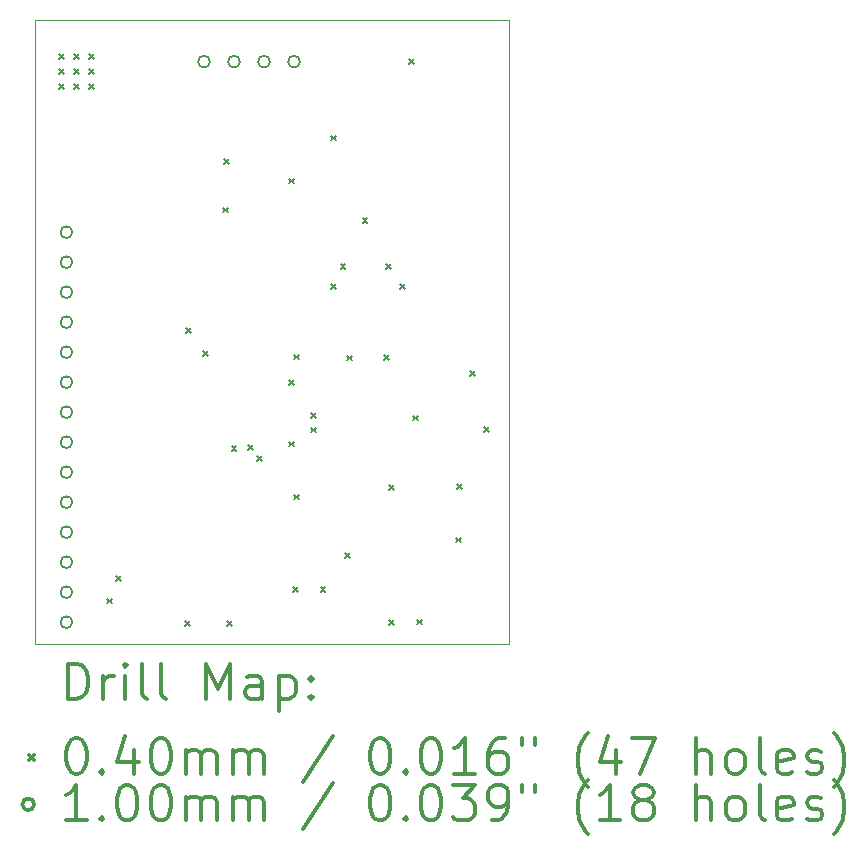
<source format=gbr>
%FSLAX45Y45*%
G04 Gerber Fmt 4.5, Leading zero omitted, Abs format (unit mm)*
G04 Created by KiCad (PCBNEW (5.1.5)-3) date 2020-09-08 23:26:04*
%MOMM*%
%LPD*%
G04 APERTURE LIST*
%TA.AperFunction,Profile*%
%ADD10C,0.050000*%
%TD*%
%ADD11C,0.200000*%
%ADD12C,0.300000*%
G04 APERTURE END LIST*
D10*
X16490000Y-5790000D02*
X12470000Y-5790000D01*
X16490000Y-11070000D02*
X16490000Y-5790000D01*
X12470000Y-11070000D02*
X16490000Y-11070000D01*
X12470000Y-5790000D02*
X12470000Y-11070000D01*
D11*
X12680000Y-6076000D02*
X12720000Y-6116000D01*
X12720000Y-6076000D02*
X12680000Y-6116000D01*
X12680000Y-6203000D02*
X12720000Y-6243000D01*
X12720000Y-6203000D02*
X12680000Y-6243000D01*
X12680000Y-6330000D02*
X12720000Y-6370000D01*
X12720000Y-6330000D02*
X12680000Y-6370000D01*
X12807000Y-6076000D02*
X12847000Y-6116000D01*
X12847000Y-6076000D02*
X12807000Y-6116000D01*
X12807000Y-6203000D02*
X12847000Y-6243000D01*
X12847000Y-6203000D02*
X12807000Y-6243000D01*
X12807000Y-6330000D02*
X12847000Y-6370000D01*
X12847000Y-6330000D02*
X12807000Y-6370000D01*
X12934000Y-6076000D02*
X12974000Y-6116000D01*
X12974000Y-6076000D02*
X12934000Y-6116000D01*
X12934000Y-6203000D02*
X12974000Y-6243000D01*
X12974000Y-6203000D02*
X12934000Y-6243000D01*
X12934000Y-6330000D02*
X12974000Y-6370000D01*
X12974000Y-6330000D02*
X12934000Y-6370000D01*
X13083000Y-10688000D02*
X13123000Y-10728000D01*
X13123000Y-10688000D02*
X13083000Y-10728000D01*
X13162600Y-10495600D02*
X13202600Y-10535600D01*
X13202600Y-10495600D02*
X13162600Y-10535600D01*
X13746800Y-10876600D02*
X13786800Y-10916600D01*
X13786800Y-10876600D02*
X13746800Y-10916600D01*
X13754420Y-8397560D02*
X13794420Y-8437560D01*
X13794420Y-8397560D02*
X13754420Y-8437560D01*
X13899200Y-8590600D02*
X13939200Y-8630600D01*
X13939200Y-8590600D02*
X13899200Y-8630600D01*
X14064300Y-7377750D02*
X14104300Y-7417750D01*
X14104300Y-7377750D02*
X14064300Y-7417750D01*
X14077000Y-6965000D02*
X14117000Y-7005000D01*
X14117000Y-6965000D02*
X14077000Y-7005000D01*
X14102400Y-10876600D02*
X14142400Y-10916600D01*
X14142400Y-10876600D02*
X14102400Y-10916600D01*
X14138214Y-9395780D02*
X14178214Y-9435780D01*
X14178214Y-9395780D02*
X14138214Y-9435780D01*
X14278168Y-9387398D02*
X14318168Y-9427398D01*
X14318168Y-9387398D02*
X14278168Y-9427398D01*
X14354000Y-9483000D02*
X14394000Y-9523000D01*
X14394000Y-9483000D02*
X14354000Y-9523000D01*
X14623100Y-8838879D02*
X14663100Y-8878879D01*
X14663100Y-8838879D02*
X14623100Y-8878879D01*
X14623100Y-9358878D02*
X14663100Y-9398878D01*
X14663100Y-9358878D02*
X14623100Y-9398878D01*
X14627000Y-7132000D02*
X14667000Y-7172000D01*
X14667000Y-7132000D02*
X14627000Y-7172000D01*
X14660000Y-10587000D02*
X14700000Y-10627000D01*
X14700000Y-10587000D02*
X14660000Y-10627000D01*
X14668000Y-9807000D02*
X14708000Y-9847000D01*
X14708000Y-9807000D02*
X14668000Y-9847000D01*
X14668820Y-8621080D02*
X14708820Y-8661080D01*
X14708820Y-8621080D02*
X14668820Y-8661080D01*
X14812000Y-9115499D02*
X14852000Y-9155499D01*
X14852000Y-9115499D02*
X14812000Y-9155499D01*
X14813000Y-9239000D02*
X14853000Y-9279000D01*
X14853000Y-9239000D02*
X14813000Y-9279000D01*
X14893000Y-10587000D02*
X14933000Y-10627000D01*
X14933000Y-10587000D02*
X14893000Y-10627000D01*
X14978700Y-6768150D02*
X15018700Y-6808150D01*
X15018700Y-6768150D02*
X14978700Y-6808150D01*
X14978700Y-8025450D02*
X15018700Y-8065450D01*
X15018700Y-8025450D02*
X14978700Y-8065450D01*
X15062520Y-7854000D02*
X15102520Y-7894000D01*
X15102520Y-7854000D02*
X15062520Y-7894000D01*
X15100000Y-10299000D02*
X15140000Y-10339000D01*
X15140000Y-10299000D02*
X15100000Y-10339000D01*
X15117638Y-8628700D02*
X15157638Y-8668700D01*
X15157638Y-8628700D02*
X15117638Y-8668700D01*
X15248000Y-7468000D02*
X15288000Y-7508000D01*
X15288000Y-7468000D02*
X15248000Y-7508000D01*
X15428026Y-8625144D02*
X15468026Y-8665144D01*
X15468026Y-8625144D02*
X15428026Y-8665144D01*
X15448600Y-7854000D02*
X15488600Y-7894000D01*
X15488600Y-7854000D02*
X15448600Y-7894000D01*
X15470000Y-10870000D02*
X15510000Y-10910000D01*
X15510000Y-10870000D02*
X15470000Y-10910000D01*
X15471206Y-9725218D02*
X15511206Y-9765218D01*
X15511206Y-9725218D02*
X15471206Y-9765218D01*
X15562900Y-8025450D02*
X15602900Y-8065450D01*
X15602900Y-8025450D02*
X15562900Y-8065450D01*
X15644000Y-6120000D02*
X15684000Y-6160000D01*
X15684000Y-6120000D02*
X15644000Y-6160000D01*
X15673390Y-9136700D02*
X15713390Y-9176700D01*
X15713390Y-9136700D02*
X15673390Y-9176700D01*
X15710000Y-10865000D02*
X15750000Y-10905000D01*
X15750000Y-10865000D02*
X15710000Y-10905000D01*
X16040000Y-10170000D02*
X16080000Y-10210000D01*
X16080000Y-10170000D02*
X16040000Y-10210000D01*
X16046770Y-9718360D02*
X16086770Y-9758360D01*
X16086770Y-9718360D02*
X16046770Y-9758360D01*
X16160000Y-8760000D02*
X16200000Y-8800000D01*
X16200000Y-8760000D02*
X16160000Y-8800000D01*
X16278672Y-9237538D02*
X16318672Y-9277538D01*
X16318672Y-9237538D02*
X16278672Y-9277538D01*
X12790000Y-7584000D02*
G75*
G03X12790000Y-7584000I-50000J0D01*
G01*
X12790000Y-7838000D02*
G75*
G03X12790000Y-7838000I-50000J0D01*
G01*
X12790000Y-8092000D02*
G75*
G03X12790000Y-8092000I-50000J0D01*
G01*
X12790000Y-8346000D02*
G75*
G03X12790000Y-8346000I-50000J0D01*
G01*
X12790000Y-8600000D02*
G75*
G03X12790000Y-8600000I-50000J0D01*
G01*
X12790000Y-8854000D02*
G75*
G03X12790000Y-8854000I-50000J0D01*
G01*
X12790000Y-9108000D02*
G75*
G03X12790000Y-9108000I-50000J0D01*
G01*
X12790000Y-9362000D02*
G75*
G03X12790000Y-9362000I-50000J0D01*
G01*
X12790000Y-9616000D02*
G75*
G03X12790000Y-9616000I-50000J0D01*
G01*
X12790000Y-9870000D02*
G75*
G03X12790000Y-9870000I-50000J0D01*
G01*
X12790000Y-10124000D02*
G75*
G03X12790000Y-10124000I-50000J0D01*
G01*
X12790000Y-10378000D02*
G75*
G03X12790000Y-10378000I-50000J0D01*
G01*
X12790000Y-10632000D02*
G75*
G03X12790000Y-10632000I-50000J0D01*
G01*
X12790000Y-10886000D02*
G75*
G03X12790000Y-10886000I-50000J0D01*
G01*
X13954850Y-6141350D02*
G75*
G03X13954850Y-6141350I-50000J0D01*
G01*
X14208850Y-6141350D02*
G75*
G03X14208850Y-6141350I-50000J0D01*
G01*
X14462850Y-6141350D02*
G75*
G03X14462850Y-6141350I-50000J0D01*
G01*
X14716850Y-6141350D02*
G75*
G03X14716850Y-6141350I-50000J0D01*
G01*
D12*
X12753928Y-11538214D02*
X12753928Y-11238214D01*
X12825357Y-11238214D01*
X12868214Y-11252500D01*
X12896786Y-11281071D01*
X12911071Y-11309643D01*
X12925357Y-11366786D01*
X12925357Y-11409643D01*
X12911071Y-11466786D01*
X12896786Y-11495357D01*
X12868214Y-11523929D01*
X12825357Y-11538214D01*
X12753928Y-11538214D01*
X13053928Y-11538214D02*
X13053928Y-11338214D01*
X13053928Y-11395357D02*
X13068214Y-11366786D01*
X13082500Y-11352500D01*
X13111071Y-11338214D01*
X13139643Y-11338214D01*
X13239643Y-11538214D02*
X13239643Y-11338214D01*
X13239643Y-11238214D02*
X13225357Y-11252500D01*
X13239643Y-11266786D01*
X13253928Y-11252500D01*
X13239643Y-11238214D01*
X13239643Y-11266786D01*
X13425357Y-11538214D02*
X13396786Y-11523929D01*
X13382500Y-11495357D01*
X13382500Y-11238214D01*
X13582500Y-11538214D02*
X13553928Y-11523929D01*
X13539643Y-11495357D01*
X13539643Y-11238214D01*
X13925357Y-11538214D02*
X13925357Y-11238214D01*
X14025357Y-11452500D01*
X14125357Y-11238214D01*
X14125357Y-11538214D01*
X14396786Y-11538214D02*
X14396786Y-11381071D01*
X14382500Y-11352500D01*
X14353928Y-11338214D01*
X14296786Y-11338214D01*
X14268214Y-11352500D01*
X14396786Y-11523929D02*
X14368214Y-11538214D01*
X14296786Y-11538214D01*
X14268214Y-11523929D01*
X14253928Y-11495357D01*
X14253928Y-11466786D01*
X14268214Y-11438214D01*
X14296786Y-11423929D01*
X14368214Y-11423929D01*
X14396786Y-11409643D01*
X14539643Y-11338214D02*
X14539643Y-11638214D01*
X14539643Y-11352500D02*
X14568214Y-11338214D01*
X14625357Y-11338214D01*
X14653928Y-11352500D01*
X14668214Y-11366786D01*
X14682500Y-11395357D01*
X14682500Y-11481071D01*
X14668214Y-11509643D01*
X14653928Y-11523929D01*
X14625357Y-11538214D01*
X14568214Y-11538214D01*
X14539643Y-11523929D01*
X14811071Y-11509643D02*
X14825357Y-11523929D01*
X14811071Y-11538214D01*
X14796786Y-11523929D01*
X14811071Y-11509643D01*
X14811071Y-11538214D01*
X14811071Y-11352500D02*
X14825357Y-11366786D01*
X14811071Y-11381071D01*
X14796786Y-11366786D01*
X14811071Y-11352500D01*
X14811071Y-11381071D01*
X12427500Y-12012500D02*
X12467500Y-12052500D01*
X12467500Y-12012500D02*
X12427500Y-12052500D01*
X12811071Y-11868214D02*
X12839643Y-11868214D01*
X12868214Y-11882500D01*
X12882500Y-11896786D01*
X12896786Y-11925357D01*
X12911071Y-11982500D01*
X12911071Y-12053929D01*
X12896786Y-12111071D01*
X12882500Y-12139643D01*
X12868214Y-12153929D01*
X12839643Y-12168214D01*
X12811071Y-12168214D01*
X12782500Y-12153929D01*
X12768214Y-12139643D01*
X12753928Y-12111071D01*
X12739643Y-12053929D01*
X12739643Y-11982500D01*
X12753928Y-11925357D01*
X12768214Y-11896786D01*
X12782500Y-11882500D01*
X12811071Y-11868214D01*
X13039643Y-12139643D02*
X13053928Y-12153929D01*
X13039643Y-12168214D01*
X13025357Y-12153929D01*
X13039643Y-12139643D01*
X13039643Y-12168214D01*
X13311071Y-11968214D02*
X13311071Y-12168214D01*
X13239643Y-11853929D02*
X13168214Y-12068214D01*
X13353928Y-12068214D01*
X13525357Y-11868214D02*
X13553928Y-11868214D01*
X13582500Y-11882500D01*
X13596786Y-11896786D01*
X13611071Y-11925357D01*
X13625357Y-11982500D01*
X13625357Y-12053929D01*
X13611071Y-12111071D01*
X13596786Y-12139643D01*
X13582500Y-12153929D01*
X13553928Y-12168214D01*
X13525357Y-12168214D01*
X13496786Y-12153929D01*
X13482500Y-12139643D01*
X13468214Y-12111071D01*
X13453928Y-12053929D01*
X13453928Y-11982500D01*
X13468214Y-11925357D01*
X13482500Y-11896786D01*
X13496786Y-11882500D01*
X13525357Y-11868214D01*
X13753928Y-12168214D02*
X13753928Y-11968214D01*
X13753928Y-11996786D02*
X13768214Y-11982500D01*
X13796786Y-11968214D01*
X13839643Y-11968214D01*
X13868214Y-11982500D01*
X13882500Y-12011071D01*
X13882500Y-12168214D01*
X13882500Y-12011071D02*
X13896786Y-11982500D01*
X13925357Y-11968214D01*
X13968214Y-11968214D01*
X13996786Y-11982500D01*
X14011071Y-12011071D01*
X14011071Y-12168214D01*
X14153928Y-12168214D02*
X14153928Y-11968214D01*
X14153928Y-11996786D02*
X14168214Y-11982500D01*
X14196786Y-11968214D01*
X14239643Y-11968214D01*
X14268214Y-11982500D01*
X14282500Y-12011071D01*
X14282500Y-12168214D01*
X14282500Y-12011071D02*
X14296786Y-11982500D01*
X14325357Y-11968214D01*
X14368214Y-11968214D01*
X14396786Y-11982500D01*
X14411071Y-12011071D01*
X14411071Y-12168214D01*
X14996786Y-11853929D02*
X14739643Y-12239643D01*
X15382500Y-11868214D02*
X15411071Y-11868214D01*
X15439643Y-11882500D01*
X15453928Y-11896786D01*
X15468214Y-11925357D01*
X15482500Y-11982500D01*
X15482500Y-12053929D01*
X15468214Y-12111071D01*
X15453928Y-12139643D01*
X15439643Y-12153929D01*
X15411071Y-12168214D01*
X15382500Y-12168214D01*
X15353928Y-12153929D01*
X15339643Y-12139643D01*
X15325357Y-12111071D01*
X15311071Y-12053929D01*
X15311071Y-11982500D01*
X15325357Y-11925357D01*
X15339643Y-11896786D01*
X15353928Y-11882500D01*
X15382500Y-11868214D01*
X15611071Y-12139643D02*
X15625357Y-12153929D01*
X15611071Y-12168214D01*
X15596786Y-12153929D01*
X15611071Y-12139643D01*
X15611071Y-12168214D01*
X15811071Y-11868214D02*
X15839643Y-11868214D01*
X15868214Y-11882500D01*
X15882500Y-11896786D01*
X15896786Y-11925357D01*
X15911071Y-11982500D01*
X15911071Y-12053929D01*
X15896786Y-12111071D01*
X15882500Y-12139643D01*
X15868214Y-12153929D01*
X15839643Y-12168214D01*
X15811071Y-12168214D01*
X15782500Y-12153929D01*
X15768214Y-12139643D01*
X15753928Y-12111071D01*
X15739643Y-12053929D01*
X15739643Y-11982500D01*
X15753928Y-11925357D01*
X15768214Y-11896786D01*
X15782500Y-11882500D01*
X15811071Y-11868214D01*
X16196786Y-12168214D02*
X16025357Y-12168214D01*
X16111071Y-12168214D02*
X16111071Y-11868214D01*
X16082500Y-11911071D01*
X16053928Y-11939643D01*
X16025357Y-11953929D01*
X16453928Y-11868214D02*
X16396786Y-11868214D01*
X16368214Y-11882500D01*
X16353928Y-11896786D01*
X16325357Y-11939643D01*
X16311071Y-11996786D01*
X16311071Y-12111071D01*
X16325357Y-12139643D01*
X16339643Y-12153929D01*
X16368214Y-12168214D01*
X16425357Y-12168214D01*
X16453928Y-12153929D01*
X16468214Y-12139643D01*
X16482500Y-12111071D01*
X16482500Y-12039643D01*
X16468214Y-12011071D01*
X16453928Y-11996786D01*
X16425357Y-11982500D01*
X16368214Y-11982500D01*
X16339643Y-11996786D01*
X16325357Y-12011071D01*
X16311071Y-12039643D01*
X16596786Y-11868214D02*
X16596786Y-11925357D01*
X16711071Y-11868214D02*
X16711071Y-11925357D01*
X17153928Y-12282500D02*
X17139643Y-12268214D01*
X17111071Y-12225357D01*
X17096786Y-12196786D01*
X17082500Y-12153929D01*
X17068214Y-12082500D01*
X17068214Y-12025357D01*
X17082500Y-11953929D01*
X17096786Y-11911071D01*
X17111071Y-11882500D01*
X17139643Y-11839643D01*
X17153928Y-11825357D01*
X17396786Y-11968214D02*
X17396786Y-12168214D01*
X17325357Y-11853929D02*
X17253928Y-12068214D01*
X17439643Y-12068214D01*
X17525357Y-11868214D02*
X17725357Y-11868214D01*
X17596786Y-12168214D01*
X18068214Y-12168214D02*
X18068214Y-11868214D01*
X18196786Y-12168214D02*
X18196786Y-12011071D01*
X18182500Y-11982500D01*
X18153928Y-11968214D01*
X18111071Y-11968214D01*
X18082500Y-11982500D01*
X18068214Y-11996786D01*
X18382500Y-12168214D02*
X18353928Y-12153929D01*
X18339643Y-12139643D01*
X18325357Y-12111071D01*
X18325357Y-12025357D01*
X18339643Y-11996786D01*
X18353928Y-11982500D01*
X18382500Y-11968214D01*
X18425357Y-11968214D01*
X18453928Y-11982500D01*
X18468214Y-11996786D01*
X18482500Y-12025357D01*
X18482500Y-12111071D01*
X18468214Y-12139643D01*
X18453928Y-12153929D01*
X18425357Y-12168214D01*
X18382500Y-12168214D01*
X18653928Y-12168214D02*
X18625357Y-12153929D01*
X18611071Y-12125357D01*
X18611071Y-11868214D01*
X18882500Y-12153929D02*
X18853928Y-12168214D01*
X18796786Y-12168214D01*
X18768214Y-12153929D01*
X18753928Y-12125357D01*
X18753928Y-12011071D01*
X18768214Y-11982500D01*
X18796786Y-11968214D01*
X18853928Y-11968214D01*
X18882500Y-11982500D01*
X18896786Y-12011071D01*
X18896786Y-12039643D01*
X18753928Y-12068214D01*
X19011071Y-12153929D02*
X19039643Y-12168214D01*
X19096786Y-12168214D01*
X19125357Y-12153929D01*
X19139643Y-12125357D01*
X19139643Y-12111071D01*
X19125357Y-12082500D01*
X19096786Y-12068214D01*
X19053928Y-12068214D01*
X19025357Y-12053929D01*
X19011071Y-12025357D01*
X19011071Y-12011071D01*
X19025357Y-11982500D01*
X19053928Y-11968214D01*
X19096786Y-11968214D01*
X19125357Y-11982500D01*
X19239643Y-12282500D02*
X19253928Y-12268214D01*
X19282500Y-12225357D01*
X19296786Y-12196786D01*
X19311071Y-12153929D01*
X19325357Y-12082500D01*
X19325357Y-12025357D01*
X19311071Y-11953929D01*
X19296786Y-11911071D01*
X19282500Y-11882500D01*
X19253928Y-11839643D01*
X19239643Y-11825357D01*
X12467500Y-12428500D02*
G75*
G03X12467500Y-12428500I-50000J0D01*
G01*
X12911071Y-12564214D02*
X12739643Y-12564214D01*
X12825357Y-12564214D02*
X12825357Y-12264214D01*
X12796786Y-12307071D01*
X12768214Y-12335643D01*
X12739643Y-12349929D01*
X13039643Y-12535643D02*
X13053928Y-12549929D01*
X13039643Y-12564214D01*
X13025357Y-12549929D01*
X13039643Y-12535643D01*
X13039643Y-12564214D01*
X13239643Y-12264214D02*
X13268214Y-12264214D01*
X13296786Y-12278500D01*
X13311071Y-12292786D01*
X13325357Y-12321357D01*
X13339643Y-12378500D01*
X13339643Y-12449929D01*
X13325357Y-12507071D01*
X13311071Y-12535643D01*
X13296786Y-12549929D01*
X13268214Y-12564214D01*
X13239643Y-12564214D01*
X13211071Y-12549929D01*
X13196786Y-12535643D01*
X13182500Y-12507071D01*
X13168214Y-12449929D01*
X13168214Y-12378500D01*
X13182500Y-12321357D01*
X13196786Y-12292786D01*
X13211071Y-12278500D01*
X13239643Y-12264214D01*
X13525357Y-12264214D02*
X13553928Y-12264214D01*
X13582500Y-12278500D01*
X13596786Y-12292786D01*
X13611071Y-12321357D01*
X13625357Y-12378500D01*
X13625357Y-12449929D01*
X13611071Y-12507071D01*
X13596786Y-12535643D01*
X13582500Y-12549929D01*
X13553928Y-12564214D01*
X13525357Y-12564214D01*
X13496786Y-12549929D01*
X13482500Y-12535643D01*
X13468214Y-12507071D01*
X13453928Y-12449929D01*
X13453928Y-12378500D01*
X13468214Y-12321357D01*
X13482500Y-12292786D01*
X13496786Y-12278500D01*
X13525357Y-12264214D01*
X13753928Y-12564214D02*
X13753928Y-12364214D01*
X13753928Y-12392786D02*
X13768214Y-12378500D01*
X13796786Y-12364214D01*
X13839643Y-12364214D01*
X13868214Y-12378500D01*
X13882500Y-12407071D01*
X13882500Y-12564214D01*
X13882500Y-12407071D02*
X13896786Y-12378500D01*
X13925357Y-12364214D01*
X13968214Y-12364214D01*
X13996786Y-12378500D01*
X14011071Y-12407071D01*
X14011071Y-12564214D01*
X14153928Y-12564214D02*
X14153928Y-12364214D01*
X14153928Y-12392786D02*
X14168214Y-12378500D01*
X14196786Y-12364214D01*
X14239643Y-12364214D01*
X14268214Y-12378500D01*
X14282500Y-12407071D01*
X14282500Y-12564214D01*
X14282500Y-12407071D02*
X14296786Y-12378500D01*
X14325357Y-12364214D01*
X14368214Y-12364214D01*
X14396786Y-12378500D01*
X14411071Y-12407071D01*
X14411071Y-12564214D01*
X14996786Y-12249929D02*
X14739643Y-12635643D01*
X15382500Y-12264214D02*
X15411071Y-12264214D01*
X15439643Y-12278500D01*
X15453928Y-12292786D01*
X15468214Y-12321357D01*
X15482500Y-12378500D01*
X15482500Y-12449929D01*
X15468214Y-12507071D01*
X15453928Y-12535643D01*
X15439643Y-12549929D01*
X15411071Y-12564214D01*
X15382500Y-12564214D01*
X15353928Y-12549929D01*
X15339643Y-12535643D01*
X15325357Y-12507071D01*
X15311071Y-12449929D01*
X15311071Y-12378500D01*
X15325357Y-12321357D01*
X15339643Y-12292786D01*
X15353928Y-12278500D01*
X15382500Y-12264214D01*
X15611071Y-12535643D02*
X15625357Y-12549929D01*
X15611071Y-12564214D01*
X15596786Y-12549929D01*
X15611071Y-12535643D01*
X15611071Y-12564214D01*
X15811071Y-12264214D02*
X15839643Y-12264214D01*
X15868214Y-12278500D01*
X15882500Y-12292786D01*
X15896786Y-12321357D01*
X15911071Y-12378500D01*
X15911071Y-12449929D01*
X15896786Y-12507071D01*
X15882500Y-12535643D01*
X15868214Y-12549929D01*
X15839643Y-12564214D01*
X15811071Y-12564214D01*
X15782500Y-12549929D01*
X15768214Y-12535643D01*
X15753928Y-12507071D01*
X15739643Y-12449929D01*
X15739643Y-12378500D01*
X15753928Y-12321357D01*
X15768214Y-12292786D01*
X15782500Y-12278500D01*
X15811071Y-12264214D01*
X16011071Y-12264214D02*
X16196786Y-12264214D01*
X16096786Y-12378500D01*
X16139643Y-12378500D01*
X16168214Y-12392786D01*
X16182500Y-12407071D01*
X16196786Y-12435643D01*
X16196786Y-12507071D01*
X16182500Y-12535643D01*
X16168214Y-12549929D01*
X16139643Y-12564214D01*
X16053928Y-12564214D01*
X16025357Y-12549929D01*
X16011071Y-12535643D01*
X16339643Y-12564214D02*
X16396786Y-12564214D01*
X16425357Y-12549929D01*
X16439643Y-12535643D01*
X16468214Y-12492786D01*
X16482500Y-12435643D01*
X16482500Y-12321357D01*
X16468214Y-12292786D01*
X16453928Y-12278500D01*
X16425357Y-12264214D01*
X16368214Y-12264214D01*
X16339643Y-12278500D01*
X16325357Y-12292786D01*
X16311071Y-12321357D01*
X16311071Y-12392786D01*
X16325357Y-12421357D01*
X16339643Y-12435643D01*
X16368214Y-12449929D01*
X16425357Y-12449929D01*
X16453928Y-12435643D01*
X16468214Y-12421357D01*
X16482500Y-12392786D01*
X16596786Y-12264214D02*
X16596786Y-12321357D01*
X16711071Y-12264214D02*
X16711071Y-12321357D01*
X17153928Y-12678500D02*
X17139643Y-12664214D01*
X17111071Y-12621357D01*
X17096786Y-12592786D01*
X17082500Y-12549929D01*
X17068214Y-12478500D01*
X17068214Y-12421357D01*
X17082500Y-12349929D01*
X17096786Y-12307071D01*
X17111071Y-12278500D01*
X17139643Y-12235643D01*
X17153928Y-12221357D01*
X17425357Y-12564214D02*
X17253928Y-12564214D01*
X17339643Y-12564214D02*
X17339643Y-12264214D01*
X17311071Y-12307071D01*
X17282500Y-12335643D01*
X17253928Y-12349929D01*
X17596786Y-12392786D02*
X17568214Y-12378500D01*
X17553928Y-12364214D01*
X17539643Y-12335643D01*
X17539643Y-12321357D01*
X17553928Y-12292786D01*
X17568214Y-12278500D01*
X17596786Y-12264214D01*
X17653928Y-12264214D01*
X17682500Y-12278500D01*
X17696786Y-12292786D01*
X17711071Y-12321357D01*
X17711071Y-12335643D01*
X17696786Y-12364214D01*
X17682500Y-12378500D01*
X17653928Y-12392786D01*
X17596786Y-12392786D01*
X17568214Y-12407071D01*
X17553928Y-12421357D01*
X17539643Y-12449929D01*
X17539643Y-12507071D01*
X17553928Y-12535643D01*
X17568214Y-12549929D01*
X17596786Y-12564214D01*
X17653928Y-12564214D01*
X17682500Y-12549929D01*
X17696786Y-12535643D01*
X17711071Y-12507071D01*
X17711071Y-12449929D01*
X17696786Y-12421357D01*
X17682500Y-12407071D01*
X17653928Y-12392786D01*
X18068214Y-12564214D02*
X18068214Y-12264214D01*
X18196786Y-12564214D02*
X18196786Y-12407071D01*
X18182500Y-12378500D01*
X18153928Y-12364214D01*
X18111071Y-12364214D01*
X18082500Y-12378500D01*
X18068214Y-12392786D01*
X18382500Y-12564214D02*
X18353928Y-12549929D01*
X18339643Y-12535643D01*
X18325357Y-12507071D01*
X18325357Y-12421357D01*
X18339643Y-12392786D01*
X18353928Y-12378500D01*
X18382500Y-12364214D01*
X18425357Y-12364214D01*
X18453928Y-12378500D01*
X18468214Y-12392786D01*
X18482500Y-12421357D01*
X18482500Y-12507071D01*
X18468214Y-12535643D01*
X18453928Y-12549929D01*
X18425357Y-12564214D01*
X18382500Y-12564214D01*
X18653928Y-12564214D02*
X18625357Y-12549929D01*
X18611071Y-12521357D01*
X18611071Y-12264214D01*
X18882500Y-12549929D02*
X18853928Y-12564214D01*
X18796786Y-12564214D01*
X18768214Y-12549929D01*
X18753928Y-12521357D01*
X18753928Y-12407071D01*
X18768214Y-12378500D01*
X18796786Y-12364214D01*
X18853928Y-12364214D01*
X18882500Y-12378500D01*
X18896786Y-12407071D01*
X18896786Y-12435643D01*
X18753928Y-12464214D01*
X19011071Y-12549929D02*
X19039643Y-12564214D01*
X19096786Y-12564214D01*
X19125357Y-12549929D01*
X19139643Y-12521357D01*
X19139643Y-12507071D01*
X19125357Y-12478500D01*
X19096786Y-12464214D01*
X19053928Y-12464214D01*
X19025357Y-12449929D01*
X19011071Y-12421357D01*
X19011071Y-12407071D01*
X19025357Y-12378500D01*
X19053928Y-12364214D01*
X19096786Y-12364214D01*
X19125357Y-12378500D01*
X19239643Y-12678500D02*
X19253928Y-12664214D01*
X19282500Y-12621357D01*
X19296786Y-12592786D01*
X19311071Y-12549929D01*
X19325357Y-12478500D01*
X19325357Y-12421357D01*
X19311071Y-12349929D01*
X19296786Y-12307071D01*
X19282500Y-12278500D01*
X19253928Y-12235643D01*
X19239643Y-12221357D01*
M02*

</source>
